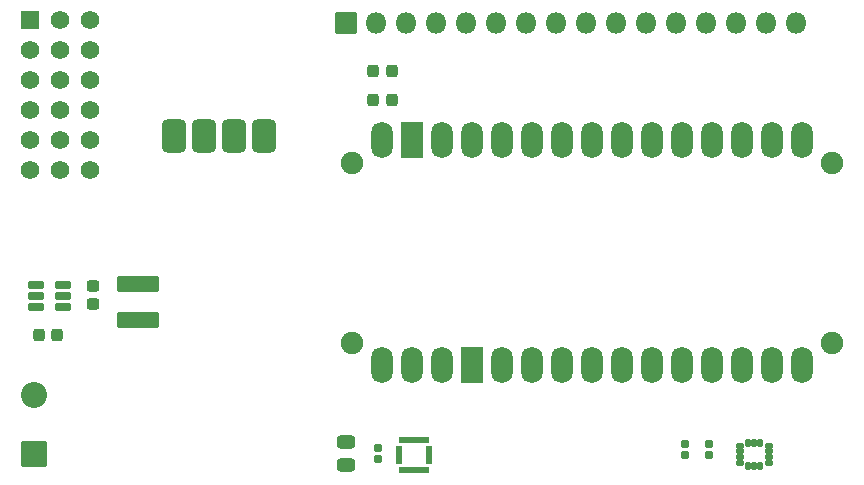
<source format=gts>
G04 #@! TF.GenerationSoftware,KiCad,Pcbnew,8.0.7*
G04 #@! TF.CreationDate,2025-03-12T01:08:22-04:00*
G04 #@! TF.ProjectId,combat-pcb,636f6d62-6174-42d7-9063-622e6b696361,rev?*
G04 #@! TF.SameCoordinates,Original*
G04 #@! TF.FileFunction,Soldermask,Top*
G04 #@! TF.FilePolarity,Negative*
%FSLAX46Y46*%
G04 Gerber Fmt 4.6, Leading zero omitted, Abs format (unit mm)*
G04 Created by KiCad (PCBNEW 8.0.7) date 2025-03-12 01:08:22*
%MOMM*%
%LPD*%
G01*
G04 APERTURE LIST*
G04 Aperture macros list*
%AMRoundRect*
0 Rectangle with rounded corners*
0 $1 Rounding radius*
0 $2 $3 $4 $5 $6 $7 $8 $9 X,Y pos of 4 corners*
0 Add a 4 corners polygon primitive as box body*
4,1,4,$2,$3,$4,$5,$6,$7,$8,$9,$2,$3,0*
0 Add four circle primitives for the rounded corners*
1,1,$1+$1,$2,$3*
1,1,$1+$1,$4,$5*
1,1,$1+$1,$6,$7*
1,1,$1+$1,$8,$9*
0 Add four rect primitives between the rounded corners*
20,1,$1+$1,$2,$3,$4,$5,0*
20,1,$1+$1,$4,$5,$6,$7,0*
20,1,$1+$1,$6,$7,$8,$9,0*
20,1,$1+$1,$8,$9,$2,$3,0*%
G04 Aperture macros list end*
%ADD10RoundRect,0.525400X0.525400X-0.900400X0.525400X0.900400X-0.525400X0.900400X-0.525400X-0.900400X0*%
%ADD11RoundRect,0.175400X-0.537900X-0.175400X0.537900X-0.175400X0.537900X0.175400X-0.537900X0.175400X0*%
%ADD12RoundRect,0.250400X-0.250400X-0.275400X0.250400X-0.275400X0.250400X0.275400X-0.250400X0.275400X0*%
%ADD13RoundRect,0.050800X0.177800X0.228600X-0.177800X0.228600X-0.177800X-0.228600X0.177800X-0.228600X0*%
%ADD14RoundRect,0.050800X0.228600X-0.177800X0.228600X0.177800X-0.228600X0.177800X-0.228600X-0.177800X0*%
%ADD15RoundRect,0.050800X-0.288290X0.175768X-0.288290X-0.175768X0.288290X-0.175768X0.288290X0.175768X0*%
%ADD16RoundRect,0.050800X0.175768X0.288290X-0.175768X0.288290X-0.175768X-0.288290X0.175768X-0.288290X0*%
%ADD17RoundRect,0.102000X-0.685000X0.685000X-0.685000X-0.685000X0.685000X-0.685000X0.685000X0.685000X0*%
%ADD18C,1.574000*%
%ADD19RoundRect,0.165400X-0.195400X0.165400X-0.195400X-0.165400X0.195400X-0.165400X0.195400X0.165400X0*%
%ADD20C,1.901600*%
%ADD21O,1.828800X3.098800*%
%ADD22RoundRect,0.050800X0.863600X-1.498600X0.863600X1.498600X-0.863600X1.498600X-0.863600X-1.498600X0*%
%ADD23RoundRect,0.050800X1.050000X-1.050000X1.050000X1.050000X-1.050000X1.050000X-1.050000X-1.050000X0*%
%ADD24C,2.201600*%
%ADD25RoundRect,0.102000X1.700000X-0.550000X1.700000X0.550000X-1.700000X0.550000X-1.700000X-0.550000X0*%
%ADD26RoundRect,0.275400X-0.500400X0.275400X-0.500400X-0.275400X0.500400X-0.275400X0.500400X0.275400X0*%
%ADD27RoundRect,0.250400X0.275400X-0.250400X0.275400X0.250400X-0.275400X0.250400X-0.275400X-0.250400X0*%
%ADD28RoundRect,0.050800X0.850000X-0.850000X0.850000X0.850000X-0.850000X0.850000X-0.850000X-0.850000X0*%
%ADD29O,1.801600X1.801600*%
G04 APERTURE END LIST*
D10*
X157734000Y-83058000D03*
X160274000Y-83058000D03*
X162814000Y-83058000D03*
X165354000Y-83058000D03*
D11*
X146055500Y-95697000D03*
X146055500Y-96647000D03*
X146055500Y-97597000D03*
X148330500Y-97597000D03*
X148330500Y-96647000D03*
X148330500Y-95697000D03*
D12*
X174612000Y-77597000D03*
X176162000Y-77597000D03*
D13*
X177053748Y-111375200D03*
X177553874Y-111375200D03*
X178054000Y-111375200D03*
X178554126Y-111375200D03*
X179054252Y-111375200D03*
D14*
X179349400Y-110579926D03*
X179349400Y-110079800D03*
X179349400Y-109579674D03*
D13*
X179054252Y-108784400D03*
X178554126Y-108784400D03*
X178054000Y-108784400D03*
X177553874Y-108784400D03*
X177053748Y-108784400D03*
D14*
X176758600Y-109579674D03*
X176758600Y-110079800D03*
X176758600Y-110579926D03*
D12*
X174612000Y-80010000D03*
X176162000Y-80010000D03*
D15*
X208085299Y-110791701D03*
X208085299Y-110291700D03*
X208085299Y-109791700D03*
X208085299Y-109291699D03*
D16*
X207374998Y-109085400D03*
X206874999Y-109085400D03*
X206375000Y-109085400D03*
D15*
X205664699Y-109291699D03*
X205664699Y-109791700D03*
X205664699Y-110291700D03*
X205664699Y-110791701D03*
D16*
X206375000Y-110998000D03*
X206874999Y-110998000D03*
X207374998Y-110998000D03*
D17*
X145542000Y-73279000D03*
D18*
X148082000Y-73279000D03*
X150622000Y-73279000D03*
X145542000Y-75819000D03*
X148082000Y-75819000D03*
X150622000Y-75819000D03*
X145542000Y-78359000D03*
X148082000Y-78359000D03*
X150622000Y-78359000D03*
X145542000Y-80899000D03*
X148082000Y-80899000D03*
X150622000Y-80899000D03*
X145542000Y-83439000D03*
X148082000Y-83439000D03*
X150622000Y-83439000D03*
X145542000Y-85979000D03*
X148082000Y-85979000D03*
X150622000Y-85979000D03*
D19*
X175006000Y-109502000D03*
X175006000Y-110462000D03*
D20*
X172847000Y-100584000D03*
X213487000Y-100584000D03*
X172847000Y-85344000D03*
X213487000Y-85344000D03*
D21*
X175387000Y-102489000D03*
X177927000Y-102489000D03*
X180467000Y-102489000D03*
D22*
X183007000Y-102489000D03*
D21*
X185547000Y-102489000D03*
X188087000Y-102489000D03*
X190627000Y-102489000D03*
X193167000Y-102489000D03*
X195707000Y-102489000D03*
X198247000Y-102489000D03*
X200787000Y-102489000D03*
X203327000Y-102489000D03*
X205867000Y-102489000D03*
X208407000Y-102489000D03*
X210947000Y-102489000D03*
X210947000Y-83439000D03*
X208407000Y-83439000D03*
X205867000Y-83439000D03*
X203327000Y-83439000D03*
X200787000Y-83439000D03*
X198247000Y-83439000D03*
X195707000Y-83439000D03*
X193167000Y-83439000D03*
X190627000Y-83439000D03*
X188087000Y-83439000D03*
X185547000Y-83439000D03*
X183007000Y-83439000D03*
X180467000Y-83439000D03*
D22*
X177927000Y-83439000D03*
D21*
X175387000Y-83439000D03*
D23*
X145923000Y-109982000D03*
D24*
X145923000Y-104982000D03*
D25*
X154686000Y-98655000D03*
X154686000Y-95655000D03*
D26*
X172339000Y-109032000D03*
X172339000Y-110932000D03*
D19*
X201041000Y-109121000D03*
X201041000Y-110081000D03*
D27*
X150876000Y-97295000D03*
X150876000Y-95745000D03*
D12*
X146291000Y-99949000D03*
X147841000Y-99949000D03*
D19*
X203011000Y-109121000D03*
X203011000Y-110081000D03*
D28*
X172339000Y-73533000D03*
D29*
X174879000Y-73533000D03*
X177419000Y-73533000D03*
X179959000Y-73533000D03*
X182499000Y-73533000D03*
X185039000Y-73533000D03*
X187579000Y-73533000D03*
X190119000Y-73533000D03*
X192659000Y-73533000D03*
X195199000Y-73533000D03*
X197739000Y-73533000D03*
X200279000Y-73533000D03*
X202819000Y-73533000D03*
X205359000Y-73533000D03*
X207899000Y-73533000D03*
X210439000Y-73533000D03*
M02*

</source>
